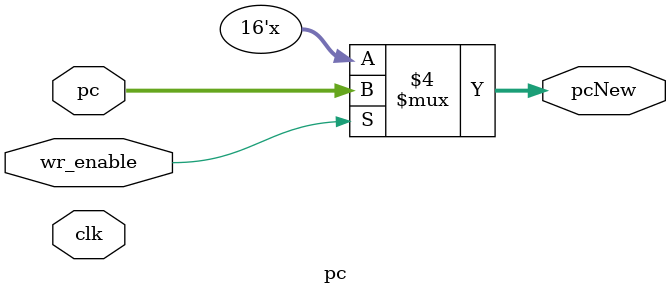
<source format=v>
`timescale 1 ns / 1 ps
module pc(input [15:0] pc,
        input clk, wr_enable,
        output reg [15:0] pcNew);
always@(*)
begin
        if(wr_enable == 1)                        //if wr_enable 1 then write pc 
                pcNew = pc;
        else;                                     //else do nothing
end
endmodule
</source>
